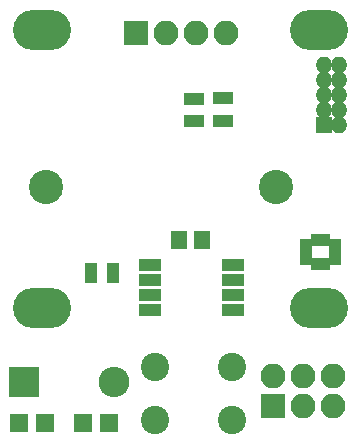
<source format=gbr>
G04 #@! TF.GenerationSoftware,KiCad,Pcbnew,(5.0.0)*
G04 #@! TF.CreationDate,2020-03-15T13:15:32-04:00*
G04 #@! TF.ProjectId,Attiny_IMU_LCD_ETC,417474696E795F494D555F4C43445F45,rev?*
G04 #@! TF.SameCoordinates,Original*
G04 #@! TF.FileFunction,Soldermask,Top*
G04 #@! TF.FilePolarity,Negative*
%FSLAX46Y46*%
G04 Gerber Fmt 4.6, Leading zero omitted, Abs format (unit mm)*
G04 Created by KiCad (PCBNEW (5.0.0)) date 03/15/20 13:15:32*
%MOMM*%
%LPD*%
G01*
G04 APERTURE LIST*
%ADD10R,1.400000X1.650000*%
%ADD11O,1.400000X1.400000*%
%ADD12R,1.400000X1.400000*%
%ADD13R,1.700000X1.100000*%
%ADD14R,1.100000X1.700000*%
%ADD15O,2.600000X2.600000*%
%ADD16R,2.600000X2.600000*%
%ADD17C,2.400000*%
%ADD18O,4.900000X3.400000*%
%ADD19R,2.100000X2.100000*%
%ADD20O,2.100000X2.100000*%
%ADD21R,1.950000X1.000000*%
%ADD22C,2.900000*%
%ADD23R,1.600000X1.600000*%
%ADD24R,1.075000X0.650000*%
%ADD25R,0.650000X1.075000*%
G04 APERTURE END LIST*
D10*
G04 #@! TO.C,C1*
X131500000Y-87250000D03*
X133500000Y-87250000D03*
G04 #@! TD*
D11*
G04 #@! TO.C,J1*
X145020000Y-72460000D03*
X143750000Y-72460000D03*
X145020000Y-73730000D03*
X143750000Y-73730000D03*
X145020000Y-75000000D03*
X143750000Y-75000000D03*
X145020000Y-76270000D03*
X143750000Y-76270000D03*
X145020000Y-77540000D03*
D12*
X143750000Y-77540000D03*
G04 #@! TD*
D13*
G04 #@! TO.C,R1*
X135250000Y-75250000D03*
X135250000Y-77150000D03*
G04 #@! TD*
G04 #@! TO.C,R2*
X132750000Y-77200000D03*
X132750000Y-75300000D03*
G04 #@! TD*
D14*
G04 #@! TO.C,R3*
X125950000Y-90000000D03*
X124050000Y-90000000D03*
G04 #@! TD*
D15*
G04 #@! TO.C,SW1*
X126000000Y-99250000D03*
D16*
X118380000Y-99250000D03*
G04 #@! TD*
D17*
G04 #@! TO.C,SW2*
X136000000Y-98000000D03*
X136000000Y-102500000D03*
X129500000Y-98000000D03*
X129500000Y-102500000D03*
G04 #@! TD*
D18*
G04 #@! TO.C,U1*
X119900001Y-93000000D03*
X143400001Y-93000000D03*
X119900001Y-69500000D03*
X143400001Y-69500000D03*
D19*
X127850001Y-69700000D03*
D20*
X130390001Y-69700000D03*
X132930001Y-69700000D03*
X135470001Y-69700000D03*
G04 #@! TD*
D21*
G04 #@! TO.C,U3*
X129100000Y-89345000D03*
X129100000Y-90615000D03*
X129100000Y-91885000D03*
X129100000Y-93155000D03*
X136100000Y-93155000D03*
X136100000Y-91885000D03*
X136100000Y-90615000D03*
X136100000Y-89350000D03*
G04 #@! TD*
D22*
G04 #@! TO.C,U2*
X120250000Y-82750000D03*
X139750000Y-82750000D03*
G04 #@! TD*
D23*
G04 #@! TO.C,D1*
X118000000Y-102750000D03*
X120200000Y-102750000D03*
G04 #@! TD*
G04 #@! TO.C,D2*
X125600000Y-102750000D03*
X123400000Y-102750000D03*
G04 #@! TD*
D24*
G04 #@! TO.C,U4*
X144762500Y-87500000D03*
X144762500Y-88000000D03*
X144762500Y-88500000D03*
X144762500Y-89000000D03*
X142237500Y-89000000D03*
X142237500Y-88500000D03*
X142237500Y-88000000D03*
X142237500Y-87500000D03*
D25*
X144000000Y-89262500D03*
X143500000Y-89262500D03*
X143000000Y-89262500D03*
X144000000Y-87237500D03*
X143000000Y-87237500D03*
X143500000Y-87237500D03*
G04 #@! TD*
D20*
G04 #@! TO.C,J2*
X144580000Y-98750000D03*
X144580000Y-101290000D03*
X142040000Y-98750000D03*
X142040000Y-101290000D03*
X139500000Y-98750000D03*
D19*
X139500000Y-101290000D03*
G04 #@! TD*
M02*

</source>
